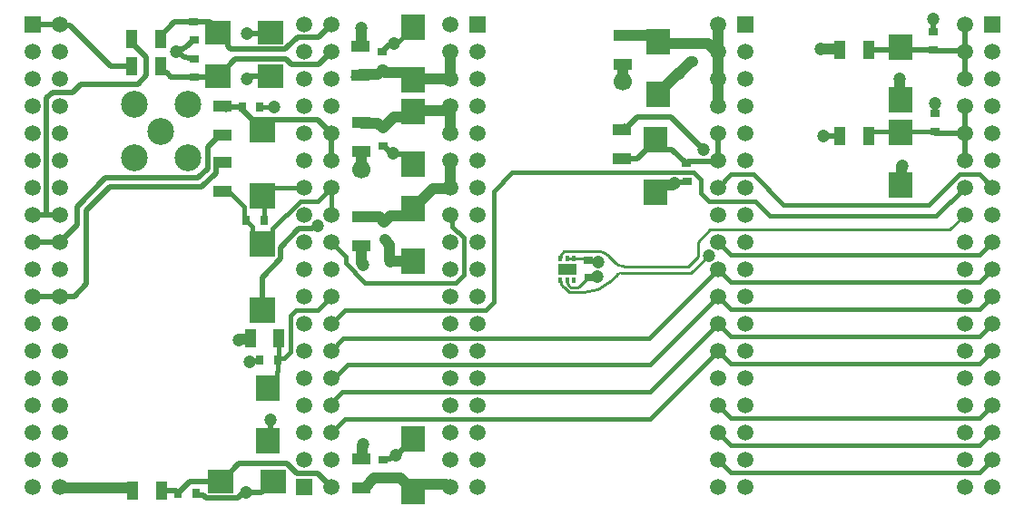
<source format=gtl>
G04*
G04 #@! TF.GenerationSoftware,Altium Limited,Altium Designer,22.4.2 (48)*
G04*
G04 Layer_Physical_Order=1*
G04 Layer_Color=255*
%FSLAX25Y25*%
%MOIN*%
G70*
G04*
G04 #@! TF.SameCoordinates,A1372B80-7F90-45E0-81BA-4B50B0F9D5F8*
G04*
G04*
G04 #@! TF.FilePolarity,Positive*
G04*
G01*
G75*
%ADD10C,0.00984*%
%ADD24C,0.01968*%
%ADD25R,0.09646X0.09252*%
%ADD26R,0.06693X0.04331*%
%ADD27R,0.08858X0.09252*%
%ADD28R,0.03543X0.03150*%
%ADD29R,0.09252X0.08858*%
%ADD30R,0.01378X0.02362*%
%ADD31R,0.04331X0.06693*%
%ADD32R,0.03150X0.03543*%
%ADD33C,0.01575*%
%ADD34C,0.03937*%
%ADD35C,0.05906*%
%ADD36R,0.05906X0.05906*%
%ADD37C,0.09843*%
%ADD38C,0.04724*%
%ADD39C,0.06693*%
D10*
X-58621Y-98500D02*
G03*
X-49877Y-94877I7J12346D01*
G01*
X-45793Y-91500D02*
G03*
X-47000Y-92000I0J-1707D01*
G01*
X-49877Y-94877D02*
G03*
X-49875Y-94875I-8737J8723D01*
G01*
X-47713Y-87787D02*
G03*
X-44793Y-89000I2920J2908D01*
G01*
X-50496Y-85004D02*
G03*
X-54121Y-83500I-3625J-3617D01*
G01*
X-67022Y-96366D02*
G03*
X-66466Y-96869I5144J5132D01*
G01*
X-61891Y-98500D02*
G03*
X-61879Y-98500I12J7266D01*
G01*
X-17500Y-80000D02*
X-13000Y-75500D01*
X-21000Y-89000D02*
X-17500Y-85500D01*
Y-80000D01*
X-13000Y-75500D02*
X33250D01*
X75051D01*
X80551Y-70000D01*
X-45793Y-91500D02*
X-19998D01*
X-13498Y-85000D01*
X-49875Y-94875D02*
X-47000Y-92000D01*
X-44789Y-89000D02*
X-21000D01*
X-50495Y-85005D02*
X-47713Y-87787D01*
X-47713Y-87787D01*
X-44793Y-89000D02*
X-44789Y-89000D01*
X-50496Y-85004D02*
X-50495Y-85005D01*
X-66620Y-83500D02*
X-54121D01*
X-61663Y-96728D02*
X-60909Y-96440D01*
X-61879Y-98500D02*
X-61874Y-98500D01*
X-64835D02*
X-61891D01*
X-66466Y-96869D02*
X-64835Y-98500D01*
X-67023Y-96366D02*
X-67022Y-96366D01*
X-67803Y-95585D02*
X-67023Y-96366D01*
X-60909Y-96440D02*
X-57697Y-93228D01*
X-64850Y-95979D02*
X-64101Y-96728D01*
X-61663D01*
X-65244Y-94957D02*
X-64850Y-95979D01*
X-61874Y-98500D02*
X-58627D01*
X-65441Y-94268D02*
X-65244Y-94957D01*
X-57697Y-93228D02*
X-57500D01*
X-54728D01*
X-58627Y-98500D02*
X-58621Y-98500D01*
X-67803Y-95585D02*
Y-94465D01*
X-54728Y-93228D02*
X-54000Y-92500D01*
X-54807Y-86693D02*
X-53500Y-88000D01*
X-57539Y-86693D02*
X-54807D01*
X-68000Y-94268D02*
X-67803Y-94465D01*
Y-85803D02*
Y-84683D01*
X-66620Y-83500D01*
X-68000Y-86000D02*
X-67803Y-85803D01*
X-62882Y-86000D02*
X-58232D01*
X-65441D02*
X-62882D01*
X-58232D02*
X-57539Y-86693D01*
D24*
X-176287Y-36247D02*
G03*
X-172777Y-35000I445J4312D01*
G01*
X-208473Y-9473D02*
G03*
X-205005Y-8036I0J4904D01*
G01*
X-208861Y-10139D02*
G03*
X-203297Y-12736I6361J6368D01*
G01*
X-194362Y-51866D02*
X-192181Y-49685D01*
X-199549Y-59847D02*
X-194362Y-54660D01*
Y-51866D01*
X-192181Y-49685D02*
X-192000D01*
X-233347Y-59847D02*
X-199549D01*
X-235000Y-56500D02*
X-201000D01*
X-197500Y-53000D02*
Y-45134D01*
X-201000Y-56500D02*
X-197500Y-53000D01*
Y-45134D02*
X-193181Y-40815D01*
X-245500Y-73728D02*
Y-67000D01*
X-235000Y-56500D01*
X-261772Y-80000D02*
X-251772D01*
Y-100000D02*
X-246500D01*
X-261772D02*
X-251772D01*
X-242000Y-95500D02*
Y-68500D01*
X-246500Y-100000D02*
X-242000Y-95500D01*
X-251772Y-80000D02*
X-245500Y-73728D01*
X-242000Y-68500D02*
X-233347Y-59847D01*
X-193181Y-40815D02*
X-192000D01*
X-133500Y-10272D02*
X-133303D01*
X-130559Y-7527D02*
X-129527D01*
X-129000Y-7000D01*
X-133303Y-10272D02*
X-130559Y-7527D01*
X-132803Y-44728D02*
X-130032Y-47500D01*
X-122000Y-51146D02*
Y-51095D01*
X-129350Y-47650D02*
X-125445D01*
X-133000Y-44728D02*
X-132803D01*
X-130032Y-47500D02*
X-129500D01*
X-125445Y-47650D02*
X-122000Y-51095D01*
X-129500Y-47500D02*
X-129350Y-47650D01*
X-129246Y-158500D02*
X-127949D01*
X-133000Y-160272D02*
X-132409Y-159681D01*
X-130427D02*
X-129246Y-158500D01*
X-122000Y-152551D02*
Y-152354D01*
X-132409Y-159681D02*
X-130427D01*
X-127949Y-158500D02*
X-122000Y-152551D01*
X-25622Y-58122D02*
X-21894D01*
X-21500Y-57728D01*
X-26000Y-58500D02*
X-25622Y-58122D01*
X-26933Y-45996D02*
X-21736Y-51193D01*
X-30055Y-45996D02*
X-26933D01*
X-33500Y-42551D02*
X-30055Y-45996D01*
X-175500Y-153146D02*
X-174500Y-152146D01*
Y-145500D01*
X-182000Y-124000D02*
X-181750Y-123750D01*
X-178478D01*
X-178228Y-123500D01*
X-177500Y-101705D02*
Y-93000D01*
X-170772Y-86272D02*
Y-82004D01*
X-177500Y-93000D02*
X-170772Y-86272D01*
X-157746Y-74000D02*
X-157000D01*
X-159021Y-75276D02*
X-157746Y-74000D01*
X-170772Y-82004D02*
X-164044Y-75276D01*
X-159021D01*
X-191746Y-30362D02*
X-185484D01*
X-177500Y-64500D02*
Y-63205D01*
X-172777Y-35000D02*
X-157087D01*
X-176807Y-37340D02*
X-176287Y-36247D01*
X-177500Y-38795D02*
X-176807Y-37340D01*
X-157087Y-35000D02*
X-152087Y-40000D01*
X-177697Y-38795D02*
X-177500D01*
X-181339Y-35153D02*
X-177697Y-38795D01*
X-185307Y-30736D02*
X-181339Y-34705D01*
Y-35153D02*
Y-34705D01*
X-185307Y-30736D02*
Y-30539D01*
X-192823Y-30362D02*
X-191746D01*
X-193000Y-30185D02*
X-192823Y-30362D01*
X-185484D02*
X-185307Y-30539D01*
X-205005Y-8036D02*
X-202697Y-5728D01*
X-209000Y-10000D02*
X-208473Y-9473D01*
X-203287Y-12736D02*
X-202500Y-12772D01*
X-202697Y-5728D02*
X-202500D01*
X-203297Y-12736D02*
X-203287D01*
X-213504Y-17862D02*
X-212323D01*
X-210878Y-19307D02*
X-202461D01*
X-212323Y-17862D02*
X-210878Y-19307D01*
X-214685Y-16681D02*
X-213504Y-17862D01*
X-214685Y-16681D02*
Y-15500D01*
X-187248Y-12799D02*
X-168701D01*
X-166776Y-14724D01*
X-193449Y-19000D02*
X-187248Y-12799D01*
X-190004Y-8048D02*
X-188851Y-9201D01*
X-193449Y-3000D02*
X-190004Y-6445D01*
X-188851Y-9201D02*
X-168994D01*
X-193646Y-3000D02*
X-193449D01*
X-190004Y-8048D02*
Y-6445D01*
X-193646Y-19000D02*
X-193449D01*
X-166776Y-14724D02*
X-156811D01*
X-168294Y-8500D02*
X-168276D01*
X-168994Y-9201D02*
X-168294Y-8500D01*
X-168276D02*
X-164500Y-4724D01*
X-254500Y-25000D02*
X-247000D01*
X-244000Y-22000D02*
X-223153D01*
X-247000Y-25000D02*
X-244000Y-22000D01*
X-256772Y-70000D02*
X-251772D01*
X-261772D02*
X-256772D01*
X-220000Y-18847D02*
Y-11996D01*
X-225315Y-6681D02*
Y-5500D01*
Y-6681D02*
X-220000Y-11996D01*
X-223153Y-22000D02*
X-220000Y-18847D01*
X-256772Y-27272D02*
X-254500Y-25000D01*
X-256772Y-70000D02*
Y-27272D01*
X-177551Y-172000D02*
X-173551Y-168000D01*
X-183500Y-172000D02*
X-177551D01*
X-173551Y-168000D02*
X-173354D01*
X-198005Y-174201D02*
X-186446D01*
X-184246Y-172000D02*
X-183500D01*
X-186446Y-174201D02*
X-184246Y-172000D01*
X-201772Y-172697D02*
X-201181Y-173287D01*
X-198919D01*
X-201772Y-172697D02*
Y-172500D01*
X-198919Y-173287D02*
X-198005Y-174201D01*
X-168294Y-161500D02*
X-164794Y-165000D01*
X-157087D01*
X-185949Y-161500D02*
X-168294D01*
X-192449Y-168000D02*
X-185949Y-161500D01*
X-192646Y-168000D02*
X-192449D01*
X-208307Y-172343D02*
X-203965Y-168000D01*
X-192646D01*
X-208307Y-172539D02*
Y-172343D01*
X-214500Y-171500D02*
X-209150D01*
X-164500Y-4724D02*
X-156811D01*
X-182254Y-20000D02*
X-181254Y-19000D01*
X-183000Y-20000D02*
X-182254D01*
X-181254Y-19000D02*
X-173354D01*
X-173854Y-3500D02*
X-173354Y-3000D01*
X-183000Y-3500D02*
X-173854D01*
X-202461Y-19307D02*
X-192953D01*
X-196650Y807D02*
X-192842Y-3000D01*
X-202539Y807D02*
X-196650D01*
X-214685Y-5500D02*
Y-4319D01*
X-209559Y807D01*
X-202539D01*
X-247929Y-571D02*
X-233000Y-15500D01*
X-225315D01*
X-251200Y-571D02*
X-247929D01*
X-251772Y0D02*
X-251200Y-571D01*
X-261772Y0D02*
X-251772D01*
X-142181Y-159685D02*
X-141000D01*
X-142681Y-8185D02*
X-141500D01*
X-45500Y-38685D02*
X-44319D01*
X-39634Y-34000D01*
X-27500D01*
X-15500Y-46000D01*
X-39764Y-49315D02*
X-33500Y-43051D01*
Y-42551D01*
X-45500Y-49315D02*
X-39764D01*
X-20949Y-50602D02*
X-10602D01*
X-21539Y-51193D02*
X-20949Y-50602D01*
X-10602D02*
X-10000Y-50000D01*
X-21736Y-51193D02*
X-21539D01*
X69539Y-40000D02*
X80551D01*
X45508Y-9307D02*
X69039D01*
X69386Y-9653D01*
X45315Y-9500D02*
X45508Y-9307D01*
X28500Y-41000D02*
X34685D01*
X35685Y-40000D01*
X-157087Y-165000D02*
X-152087Y-170000D01*
Y-50000D02*
Y-40000D01*
X-156811Y-14724D02*
X-152087Y-10000D01*
X-156811Y-4724D02*
X-152087Y0D01*
X-45500Y-38685D02*
X-44342Y-37527D01*
X-191746Y-30439D02*
X-190819Y-31366D01*
X-144000Y-19315D02*
X-142819Y-18134D01*
X-133705Y-17398D02*
X-133461Y-17154D01*
X-109491Y-40000D02*
X-108425D01*
X-10000Y-50000D02*
Y-40000D01*
X69500Y-32772D02*
Y-28000D01*
X80551Y-40000D02*
Y-30000D01*
Y-50000D02*
Y-40000D01*
X69000Y-2772D02*
Y2000D01*
X69386Y-9653D02*
X80205D01*
X80551Y-10000D01*
Y0D01*
Y-20000D02*
Y-10000D01*
D25*
X-177500Y-80795D02*
D03*
Y-105205D02*
D03*
Y-63205D02*
D03*
Y-38795D02*
D03*
D26*
X-192000Y-30185D02*
D03*
Y-40815D02*
D03*
X-65441Y-90134D02*
D03*
X-192000Y-50685D02*
D03*
Y-61315D02*
D03*
X-45000Y-14815D02*
D03*
Y-4185D02*
D03*
X-141000Y-159685D02*
D03*
Y-170315D02*
D03*
Y-81315D02*
D03*
Y-70685D02*
D03*
Y-46815D02*
D03*
Y-36185D02*
D03*
X-141500Y-8185D02*
D03*
Y-18815D02*
D03*
X-45500Y-38685D02*
D03*
Y-49315D02*
D03*
D27*
X-122000Y-20291D02*
D03*
Y-1000D02*
D03*
Y-171646D02*
D03*
Y-152354D02*
D03*
Y-67854D02*
D03*
Y-87146D02*
D03*
Y-51291D02*
D03*
Y-32000D02*
D03*
X-33000Y-42354D02*
D03*
Y-61646D02*
D03*
X-32000Y-6354D02*
D03*
Y-25646D02*
D03*
X-175500Y-133854D02*
D03*
Y-153146D02*
D03*
X57000Y-39854D02*
D03*
Y-59146D02*
D03*
Y-8354D02*
D03*
Y-27646D02*
D03*
D28*
X-132500Y-79228D02*
D03*
X-132539Y-72693D02*
D03*
X-202539Y807D02*
D03*
X-202500Y-5728D02*
D03*
X-202461Y-19307D02*
D03*
X-202500Y-12772D02*
D03*
X-132961Y-166807D02*
D03*
X-133000Y-160272D02*
D03*
X-133039Y-38193D02*
D03*
X-133000Y-44728D02*
D03*
X-133461Y-16807D02*
D03*
X-133500Y-10272D02*
D03*
X-57539Y-86693D02*
D03*
X-57500Y-93228D02*
D03*
X-21539Y-51193D02*
D03*
X-21500Y-57728D02*
D03*
X-19539Y-7193D02*
D03*
X-19500Y-13728D02*
D03*
X69539Y-39307D02*
D03*
X69500Y-32772D02*
D03*
X69039Y-9307D02*
D03*
X69000Y-2772D02*
D03*
D29*
X-174354Y-3000D02*
D03*
X-193646D02*
D03*
Y-19000D02*
D03*
X-174354D02*
D03*
X-192646Y-168000D02*
D03*
X-173354D02*
D03*
D30*
X-68000Y-94268D02*
D03*
X-65441D02*
D03*
X-62882D02*
D03*
Y-86000D02*
D03*
X-65441D02*
D03*
X-68000D02*
D03*
D31*
X-225315Y-5500D02*
D03*
X-214685D02*
D03*
X-225315Y-15500D02*
D03*
X-214685D02*
D03*
X-225130Y-171500D02*
D03*
X-214500D02*
D03*
X-181815Y-115500D02*
D03*
X-171185D02*
D03*
X34685Y-41000D02*
D03*
X45315D02*
D03*
X34685Y-9500D02*
D03*
X45315D02*
D03*
D32*
X-184807Y-30539D02*
D03*
X-178272Y-30500D02*
D03*
X-183307Y-72039D02*
D03*
X-176772Y-72000D02*
D03*
X-171693Y-123461D02*
D03*
X-178228Y-123500D02*
D03*
X-208307Y-172539D02*
D03*
X-201772Y-172500D02*
D03*
D33*
X-129000Y-7000D02*
X-128397Y-6397D01*
X-127200D01*
X-122000Y-1197D01*
Y-1000D01*
X-85579Y-54579D02*
X-19076D01*
X-92500Y-61500D02*
X-85579Y-54579D01*
X-19076D02*
X-16500Y-57155D01*
X-5276Y-84724D02*
X85827D01*
X70026Y-70526D02*
X80551Y-60000D01*
X3500Y-65000D02*
X9026Y-70526D01*
X70026D01*
X67388Y-66388D02*
X78500Y-55276D01*
X3000D02*
X14112Y-66388D01*
X67388D01*
X-169331Y-122831D02*
X-167000Y-120500D01*
Y-107000D01*
X-165000Y-105000D01*
X-171063Y-122831D02*
X-169331D01*
X-171693Y-123461D02*
X-171063Y-122831D01*
X-171439Y-123010D02*
Y-115500D01*
X-177411Y-80795D02*
X-173573Y-76957D01*
X-177500Y-80795D02*
X-177411D01*
X-173573Y-75083D02*
X-163490Y-65000D01*
X-173573Y-76957D02*
Y-75083D01*
X-163490Y-65000D02*
X-157087D01*
X-181035Y-76957D02*
X-177250Y-80742D01*
X-177500Y-80795D02*
X-177303D01*
X-157087Y-65000D02*
X-152087Y-60000D01*
X-177500Y-63205D02*
X-174295Y-60000D01*
X-162087D01*
X-177500Y-64500D02*
X-176772Y-65228D01*
Y-72000D02*
Y-65228D01*
X-183898Y-71449D02*
X-183307Y-72039D01*
X-183898Y-71449D02*
Y-67236D01*
X-190819Y-60315D02*
X-183898Y-67236D01*
X-192000Y-60315D02*
X-190819D01*
X-183307Y-72236D02*
Y-72039D01*
X-181035Y-76957D02*
Y-74508D01*
X-183307Y-72236D02*
X-181035Y-74508D01*
X-178772Y-30500D02*
X-173000D01*
X-171439Y-123207D02*
Y-123010D01*
X-171693Y-123461D02*
X-171439Y-123207D01*
X-165000Y-105000D02*
X-157087D01*
X-152087Y-100000D01*
X-171858Y-130213D02*
Y-127760D01*
X-171693Y-127594D02*
Y-123461D01*
X-175500Y-133854D02*
X-171858Y-130213D01*
Y-127760D02*
X-171693Y-127594D01*
X-139568Y-95000D02*
X-106500D01*
X-146695Y-87873D02*
X-139568Y-95000D01*
X-106500D02*
X-103500Y-92000D01*
Y-78522D01*
X-107597Y-74426D02*
X-103500Y-78522D01*
X-152087Y-80000D02*
X-146695Y-85392D01*
Y-87873D02*
Y-85392D01*
X-107597Y-74426D02*
Y-70829D01*
X-108425Y-70000D02*
X-107597Y-70829D01*
X-92500Y-102000D02*
Y-61500D01*
X-147087Y-105000D02*
X-95500D01*
X-152087Y-110000D02*
X-147087Y-105000D01*
X-95500D02*
X-92500Y-102000D01*
X46693Y-39307D02*
X69539D01*
X45315Y-40685D02*
X46693Y-39307D01*
X45315Y-41000D02*
Y-40685D01*
X78500Y-55276D02*
X85827D01*
X-5276D02*
X3000D01*
X-13500Y-65000D02*
X3500D01*
X85827Y-84724D02*
X90551Y-80000D01*
X-10000D02*
X-5276Y-84724D01*
X-147087Y-145000D02*
X-35000D01*
X-152087Y-150000D02*
X-147087Y-145000D01*
X-148000Y-135000D02*
X-35000D01*
X-152087Y-139087D02*
X-148000Y-135000D01*
X-152087Y-140000D02*
Y-139087D01*
X-146000Y-125000D02*
X-35000D01*
X-152087Y-130000D02*
X-151000D01*
X-146000Y-125000D01*
X-147559Y-115472D02*
X-35472D01*
X-152087Y-120000D02*
X-147559Y-115472D01*
X-152087Y-70000D02*
Y-60000D01*
X-16500Y-62000D02*
X-13500Y-65000D01*
X-16500Y-62000D02*
Y-57155D01*
X-35472Y-115472D02*
X-10000Y-90000D01*
X-35000Y-125000D02*
X-10000Y-100000D01*
X-35000Y-145000D02*
X-10000Y-120000D01*
X-178772Y-30500D02*
X-178522Y-30750D01*
X-10000Y-60000D02*
X-5276Y-55276D01*
X85827D02*
X90551Y-60000D01*
X-35000Y-135000D02*
X-10000Y-110000D01*
Y-90000D02*
X-5276Y-94724D01*
X85827D01*
X90551Y-90000D01*
X-10000Y-100000D02*
X-5276Y-104724D01*
X85827D01*
X90551Y-100000D01*
X-5276Y-114724D02*
X85827D01*
X-10000Y-110000D02*
X-5276Y-114724D01*
X85827D02*
X90551Y-110000D01*
X-10000Y-120000D02*
X-5276Y-124724D01*
X85827D02*
X90551Y-120000D01*
X-5276Y-124724D02*
X85827D01*
X-10000Y-140000D02*
X-5276Y-144724D01*
X85827D01*
X90551Y-140000D01*
X-10000Y-150000D02*
X-5276Y-154724D01*
X85827D01*
X90551Y-150000D01*
X-10000Y-160000D02*
X-5276Y-164724D01*
X85827D01*
X90551Y-160000D01*
D34*
X-130651Y-86849D02*
Y-81078D01*
X-122073Y-87073D02*
X-122000Y-87146D01*
X-132500Y-79228D02*
X-130651Y-81078D01*
X-130427Y-87073D02*
X-122073D01*
X-130651Y-86849D02*
X-130427Y-87073D01*
X-140651Y-158336D02*
Y-154651D01*
X-141500Y-159185D02*
X-140651Y-158336D01*
Y-154651D02*
X-140500Y-154500D01*
X-24551Y-18000D02*
X-24287D01*
X-20015Y-13728D02*
X-19500D01*
X-32000Y-25449D02*
X-24551Y-18000D01*
X-24287D02*
X-20015Y-13728D01*
X-30843Y-58988D02*
X-26686D01*
X-26213Y-58516D02*
X-26000D01*
X-33500Y-61646D02*
X-30843Y-58988D01*
X-26686D02*
X-26213Y-58516D01*
X56651Y-27296D02*
X57000Y-27646D01*
X56500Y-20000D02*
X56651Y-20151D01*
Y-27296D02*
Y-20151D01*
X57349Y-58796D02*
Y-52151D01*
X57000Y-59146D02*
X57349Y-58796D01*
Y-52151D02*
X57500Y-52000D01*
X-181815Y-115653D02*
Y-115500D01*
X-182012Y-115849D02*
X-181815Y-115653D01*
X-185849Y-115849D02*
X-182012D01*
X-186000Y-116000D02*
X-185849Y-115849D01*
X-225130Y-171500D02*
Y-170573D01*
Y-171652D02*
Y-171500D01*
X-251772Y-170000D02*
X-251395Y-170377D01*
X-225327D01*
X-225130Y-170573D01*
X-136311Y-166807D02*
X-126642D01*
X-122000Y-171449D01*
X-119539Y-169000D02*
X-109958D01*
X-122000Y-171646D02*
Y-171461D01*
X-119539Y-169000D01*
X-109958D02*
X-108958Y-170000D01*
X-108425D01*
X-122000Y-171646D02*
Y-171449D01*
X-139819Y-170315D02*
X-136311Y-166807D01*
X-141000Y-170315D02*
X-139819D01*
X-140500Y-88500D02*
X-140349Y-88349D01*
X-141000Y-87787D02*
X-140500Y-88287D01*
Y-88500D02*
Y-88287D01*
X-141000Y-87787D02*
Y-81315D01*
X-122000Y-67854D02*
Y-67658D01*
X-114719Y-60377D01*
X-108802D01*
X-108425Y-60000D01*
X-124461Y-70512D02*
X-122000Y-68051D01*
Y-67854D01*
X-132539Y-72693D02*
X-130358Y-70512D01*
X-124461D01*
X-134350Y-70882D02*
X-132539Y-72693D01*
X-141000Y-70685D02*
X-140803Y-70882D01*
X-134350D01*
X-124416Y-34270D02*
X-122000Y-31854D01*
X-133039Y-38193D02*
X-129117Y-34270D01*
X-124416D01*
X-141000Y-53500D02*
Y-46815D01*
X-108425Y-40000D02*
Y-30000D01*
X-108958D02*
X-108425D01*
X-122000Y-31854D02*
X-110812D01*
X-108958Y-30000D01*
X-141000Y-36185D02*
X-140803Y-36382D01*
X-134850D02*
X-133039Y-38193D01*
X-140803Y-36382D02*
X-134850D01*
X-108425Y-20000D02*
Y-10000D01*
X-108571Y-20146D02*
X-108425Y-20000D01*
X-122000Y-20291D02*
X-121854Y-20146D01*
X-108571D01*
X-133161Y-16807D02*
X-132335Y-17634D01*
X-124461D02*
X-122000Y-20095D01*
Y-20291D02*
Y-20095D01*
X-133461Y-16807D02*
X-133161D01*
X-132335Y-17634D02*
X-124461D01*
X-141500Y-18815D02*
X-141303Y-18618D01*
X-134925D01*
X-133705Y-17398D01*
X-141348Y-8185D02*
X-141151Y-7988D01*
Y-1651D01*
X-141500Y-8185D02*
X-141348D01*
X-141151Y-1651D02*
X-141000Y-1500D01*
X-19539Y-7000D02*
X-13533D01*
X-32000D02*
X-19539D01*
X-34169Y-4185D02*
X-32000Y-6354D01*
X-45000Y-4185D02*
X-34169D01*
X-45000Y-21000D02*
Y-14815D01*
X-45151Y-20849D02*
X-45000Y-21000D01*
X-32000Y-25646D02*
Y-25449D01*
X-13533Y-7000D02*
X-10533Y-10000D01*
X-10000D01*
X34488Y-9151D02*
X34685Y-9347D01*
X27651Y-9151D02*
X34488D01*
X34685Y-9500D02*
Y-9347D01*
X27500Y-9000D02*
X27651Y-9151D01*
X-225327Y-171849D02*
X-225130Y-171652D01*
X-108425Y-60000D02*
Y-50000D01*
X-10250Y-20250D02*
X-10000Y-20000D01*
Y-10000D02*
Y0D01*
Y-20000D02*
Y-10000D01*
Y-30000D02*
Y-20000D01*
D35*
X-152087Y0D02*
D03*
X-162087D02*
D03*
X-152087Y-10000D02*
D03*
X-162087D02*
D03*
X-152087Y-20000D02*
D03*
X-162087D02*
D03*
X-152087Y-30000D02*
D03*
X-162087D02*
D03*
X-152087Y-40000D02*
D03*
X-162087D02*
D03*
X-152087Y-50000D02*
D03*
X-162087D02*
D03*
X-152087Y-60000D02*
D03*
X-162087D02*
D03*
X-152087Y-70000D02*
D03*
X-162087D02*
D03*
X-152087Y-80000D02*
D03*
X-162087D02*
D03*
X-152087Y-90000D02*
D03*
X-162087D02*
D03*
X-152087Y-100000D02*
D03*
X-162087D02*
D03*
X-152087Y-110000D02*
D03*
X-162087D02*
D03*
X-152087Y-120000D02*
D03*
X-162087D02*
D03*
X-152087Y-130000D02*
D03*
X-162087D02*
D03*
X-152087Y-140000D02*
D03*
X-162087D02*
D03*
X-152087Y-150000D02*
D03*
X-162087D02*
D03*
X-152087Y-160000D02*
D03*
X-162087D02*
D03*
X-152087Y-170000D02*
D03*
X80551Y0D02*
D03*
Y-10000D02*
D03*
Y-20000D02*
D03*
X-261772Y-160000D02*
D03*
X-251772D02*
D03*
X-261772Y-170000D02*
D03*
X-251772D02*
D03*
X80551D02*
D03*
X90551D02*
D03*
X80551Y-160000D02*
D03*
X90551Y-130000D02*
D03*
X80551Y-90000D02*
D03*
X90551Y-70000D02*
D03*
Y-50000D02*
D03*
Y-40000D02*
D03*
Y-30000D02*
D03*
Y-20000D02*
D03*
Y-10000D02*
D03*
X-98425Y-90000D02*
D03*
X-108425D02*
D03*
X-98425Y-100000D02*
D03*
Y-110000D02*
D03*
Y-120000D02*
D03*
Y-130000D02*
D03*
Y-140000D02*
D03*
Y-150000D02*
D03*
Y-160000D02*
D03*
Y-170000D02*
D03*
X0Y-10000D02*
D03*
Y-20000D02*
D03*
Y-30000D02*
D03*
Y-40000D02*
D03*
Y-50000D02*
D03*
Y-60000D02*
D03*
Y-70000D02*
D03*
Y-80000D02*
D03*
Y-90000D02*
D03*
Y-100000D02*
D03*
Y-110000D02*
D03*
Y-120000D02*
D03*
Y-130000D02*
D03*
X-10000D02*
D03*
X0Y-140000D02*
D03*
Y-150000D02*
D03*
Y-160000D02*
D03*
Y-170000D02*
D03*
X-261772Y-120000D02*
D03*
X-251772D02*
D03*
X-261772Y-130000D02*
D03*
X-251772D02*
D03*
X80551Y-30000D02*
D03*
Y-40000D02*
D03*
Y-50000D02*
D03*
X90551Y-60000D02*
D03*
X80551D02*
D03*
Y-70000D02*
D03*
X90551Y-80000D02*
D03*
X80551D02*
D03*
X90551Y-90000D02*
D03*
Y-100000D02*
D03*
X80551D02*
D03*
X90551Y-110000D02*
D03*
X80551D02*
D03*
X90551Y-120000D02*
D03*
X80551D02*
D03*
Y-130000D02*
D03*
X90551Y-140000D02*
D03*
X80551D02*
D03*
X90551Y-150000D02*
D03*
X80551D02*
D03*
X90551Y-160000D02*
D03*
X-10000Y-170000D02*
D03*
Y-160000D02*
D03*
Y-150000D02*
D03*
Y-140000D02*
D03*
Y-120000D02*
D03*
Y-110000D02*
D03*
Y-100000D02*
D03*
Y-90000D02*
D03*
Y-80000D02*
D03*
Y-70000D02*
D03*
Y-60000D02*
D03*
Y-50000D02*
D03*
Y-40000D02*
D03*
Y-30000D02*
D03*
Y-20000D02*
D03*
Y-10000D02*
D03*
Y0D02*
D03*
X-108425Y-170000D02*
D03*
Y-160000D02*
D03*
Y-150000D02*
D03*
Y-140000D02*
D03*
Y-130000D02*
D03*
Y-120000D02*
D03*
Y-110000D02*
D03*
Y-100000D02*
D03*
Y-80000D02*
D03*
X-98425D02*
D03*
X-108425Y-70000D02*
D03*
X-98425D02*
D03*
X-108425Y-60000D02*
D03*
X-98425D02*
D03*
X-108425Y-50000D02*
D03*
X-98425D02*
D03*
X-108425Y-40000D02*
D03*
X-98425D02*
D03*
X-108425Y-30000D02*
D03*
X-98425D02*
D03*
X-108425Y-20000D02*
D03*
X-98425D02*
D03*
X-108425Y-10000D02*
D03*
X-98425D02*
D03*
X-108425Y0D02*
D03*
X-251772Y-150000D02*
D03*
X-261772D02*
D03*
X-251772Y-140000D02*
D03*
X-261772D02*
D03*
X-251772Y-110000D02*
D03*
X-261772D02*
D03*
X-251772Y-100000D02*
D03*
X-261772D02*
D03*
X-251772Y-90000D02*
D03*
X-261772D02*
D03*
X-251772Y-80000D02*
D03*
X-261772D02*
D03*
X-251772Y-70000D02*
D03*
X-261772D02*
D03*
X-251772Y-60000D02*
D03*
X-261772D02*
D03*
X-251772Y-50000D02*
D03*
X-261772D02*
D03*
X-251772Y-40000D02*
D03*
X-261772D02*
D03*
X-251772Y-30000D02*
D03*
X-261772D02*
D03*
X-251772Y-20000D02*
D03*
X-261772D02*
D03*
X-251772Y-10000D02*
D03*
X-261772D02*
D03*
X-251772Y0D02*
D03*
D36*
X-162087Y-170000D02*
D03*
X90551Y0D02*
D03*
X0D02*
D03*
X-98425D02*
D03*
X-261772D02*
D03*
D37*
X-204724Y-29528D02*
D03*
X-224410D02*
D03*
Y-49213D02*
D03*
X-204724D02*
D03*
X-214567Y-39370D02*
D03*
D38*
X-129000Y-7000D02*
D03*
X-129500Y-47500D02*
D03*
X-130500Y-87000D02*
D03*
X-140500Y-154500D02*
D03*
X-128500Y-158500D02*
D03*
X-24500Y-18000D02*
D03*
X-26000Y-58516D02*
D03*
X56500Y-20000D02*
D03*
X57500Y-52000D02*
D03*
X-174500Y-145500D02*
D03*
X-186000Y-116000D02*
D03*
X-182000Y-124000D02*
D03*
X-157000Y-74000D02*
D03*
X-173000Y-30500D02*
D03*
X-183500Y-172000D02*
D03*
X-183000Y-20000D02*
D03*
Y-3500D02*
D03*
X-209000Y-10000D02*
D03*
X-140500Y-88500D02*
D03*
X-141000Y-1500D02*
D03*
X27500Y-9000D02*
D03*
X28500Y-41000D02*
D03*
X-13498Y-85000D02*
D03*
X-54364Y-92864D02*
D03*
X-54154Y-87347D02*
D03*
X-15500Y-46000D02*
D03*
X69500Y-29000D02*
D03*
X69000Y2000D02*
D03*
D39*
X-141000Y-53500D02*
D03*
X-45000Y-21000D02*
D03*
M02*

</source>
